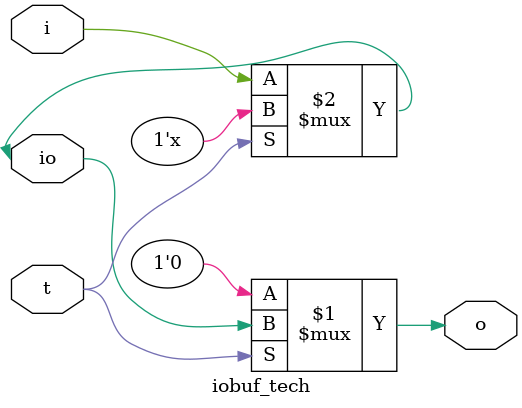
<source format=sv>

module iobuf_tech (

    output logic o,
    inout logic io,
    input i,
    input t
    
);

   assign o = t ? io : 1'b0;
   assign io = t ? 1'bz : i;

endmodule

</source>
